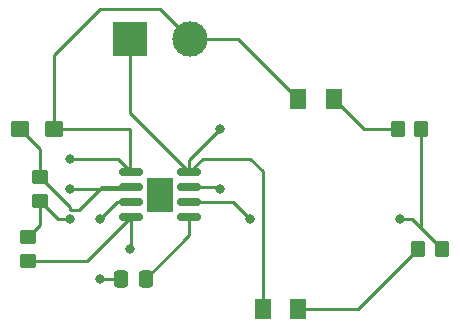
<source format=gbr>
%TF.GenerationSoftware,KiCad,Pcbnew,(6.0.10)*%
%TF.CreationDate,2023-02-17T10:23:32-08:00*%
%TF.ProjectId,ExerciseII,45786572-6369-4736-9549-492e6b696361,rev?*%
%TF.SameCoordinates,Original*%
%TF.FileFunction,Copper,L1,Top*%
%TF.FilePolarity,Positive*%
%FSLAX46Y46*%
G04 Gerber Fmt 4.6, Leading zero omitted, Abs format (unit mm)*
G04 Created by KiCad (PCBNEW (6.0.10)) date 2023-02-17 10:23:32*
%MOMM*%
%LPD*%
G01*
G04 APERTURE LIST*
G04 Aperture macros list*
%AMRoundRect*
0 Rectangle with rounded corners*
0 $1 Rounding radius*
0 $2 $3 $4 $5 $6 $7 $8 $9 X,Y pos of 4 corners*
0 Add a 4 corners polygon primitive as box body*
4,1,4,$2,$3,$4,$5,$6,$7,$8,$9,$2,$3,0*
0 Add four circle primitives for the rounded corners*
1,1,$1+$1,$2,$3*
1,1,$1+$1,$4,$5*
1,1,$1+$1,$6,$7*
1,1,$1+$1,$8,$9*
0 Add four rect primitives between the rounded corners*
20,1,$1+$1,$2,$3,$4,$5,0*
20,1,$1+$1,$4,$5,$6,$7,0*
20,1,$1+$1,$6,$7,$8,$9,0*
20,1,$1+$1,$8,$9,$2,$3,0*%
G04 Aperture macros list end*
%TA.AperFunction,SMDPad,CuDef*%
%ADD10RoundRect,0.250000X0.337500X0.475000X-0.337500X0.475000X-0.337500X-0.475000X0.337500X-0.475000X0*%
%TD*%
%TA.AperFunction,SMDPad,CuDef*%
%ADD11RoundRect,0.250000X0.450000X-0.350000X0.450000X0.350000X-0.450000X0.350000X-0.450000X-0.350000X0*%
%TD*%
%TA.AperFunction,SMDPad,CuDef*%
%ADD12RoundRect,0.250001X-0.462499X-0.624999X0.462499X-0.624999X0.462499X0.624999X-0.462499X0.624999X0*%
%TD*%
%TA.AperFunction,SMDPad,CuDef*%
%ADD13RoundRect,0.250001X0.462499X0.624999X-0.462499X0.624999X-0.462499X-0.624999X0.462499X-0.624999X0*%
%TD*%
%TA.AperFunction,SMDPad,CuDef*%
%ADD14RoundRect,0.250000X-0.350000X-0.450000X0.350000X-0.450000X0.350000X0.450000X-0.350000X0.450000X0*%
%TD*%
%TA.AperFunction,SMDPad,CuDef*%
%ADD15RoundRect,0.250000X0.350000X0.450000X-0.350000X0.450000X-0.350000X-0.450000X0.350000X-0.450000X0*%
%TD*%
%TA.AperFunction,SMDPad,CuDef*%
%ADD16RoundRect,0.150000X-0.825000X-0.150000X0.825000X-0.150000X0.825000X0.150000X-0.825000X0.150000X0*%
%TD*%
%TA.AperFunction,SMDPad,CuDef*%
%ADD17R,2.290000X3.000000*%
%TD*%
%TA.AperFunction,ComponentPad*%
%ADD18R,3.000000X3.000000*%
%TD*%
%TA.AperFunction,ComponentPad*%
%ADD19C,3.000000*%
%TD*%
%TA.AperFunction,SMDPad,CuDef*%
%ADD20RoundRect,0.250000X-0.537500X-0.425000X0.537500X-0.425000X0.537500X0.425000X-0.537500X0.425000X0*%
%TD*%
%TA.AperFunction,ViaPad*%
%ADD21C,0.800000*%
%TD*%
%TA.AperFunction,Conductor*%
%ADD22C,0.254000*%
%TD*%
G04 APERTURE END LIST*
D10*
%TO.P,C2,1*%
%TO.N,Net-(C2-Pad1)*%
X141007500Y-88900000D03*
%TO.P,C2,2*%
%TO.N,GND*%
X138932500Y-88900000D03*
%TD*%
D11*
%TO.P,R1,1*%
%TO.N,+9V*%
X131080000Y-87360000D03*
%TO.P,R1,2*%
%TO.N,/pin_7*%
X131080000Y-85360000D03*
%TD*%
D12*
%TO.P,D2,1,K*%
%TO.N,GND*%
X153955000Y-73660000D03*
%TO.P,D2,2,A*%
%TO.N,Net-(D2-Pad2)*%
X156930000Y-73660000D03*
%TD*%
D13*
%TO.P,D1,1,K*%
%TO.N,Net-(D1-Pad1)*%
X153887500Y-91440000D03*
%TO.P,D1,2,A*%
%TO.N,+9V*%
X150912500Y-91440000D03*
%TD*%
D14*
%TO.P,R3,1*%
%TO.N,Net-(D1-Pad1)*%
X164100000Y-86360000D03*
%TO.P,R3,2*%
%TO.N,/pin_3*%
X166100000Y-86360000D03*
%TD*%
D15*
%TO.P,R4,1*%
%TO.N,/pin_3*%
X164350000Y-76200000D03*
%TO.P,R4,2*%
%TO.N,Net-(D2-Pad2)*%
X162350000Y-76200000D03*
%TD*%
D16*
%TO.P,U1,1,GND*%
%TO.N,GND*%
X139765000Y-79862500D03*
%TO.P,U1,2,TR*%
%TO.N,/pin_2*%
X139765000Y-81132500D03*
%TO.P,U1,3,Q*%
%TO.N,/pin_3*%
X139765000Y-82402500D03*
%TO.P,U1,4,R*%
%TO.N,+9V*%
X139765000Y-83672500D03*
%TO.P,U1,5,CV*%
%TO.N,Net-(C2-Pad1)*%
X144715000Y-83672500D03*
%TO.P,U1,6,THR*%
%TO.N,/pin_2*%
X144715000Y-82402500D03*
%TO.P,U1,7,DIS*%
%TO.N,/pin_7*%
X144715000Y-81132500D03*
%TO.P,U1,8,VCC*%
%TO.N,+9V*%
X144715000Y-79862500D03*
D17*
%TO.P,U1,9*%
%TO.N,N/C*%
X142240000Y-81767500D03*
%TD*%
D18*
%TO.P,J1,1,Pin_1*%
%TO.N,+9V*%
X139700000Y-68580000D03*
D19*
%TO.P,J1,2,Pin_2*%
%TO.N,GND*%
X144780000Y-68580000D03*
%TD*%
D11*
%TO.P,R2,1*%
%TO.N,/pin_7*%
X132080000Y-82280000D03*
%TO.P,R2,2*%
%TO.N,/pin_2*%
X132080000Y-80280000D03*
%TD*%
D20*
%TO.P,C1,1*%
%TO.N,/pin_2*%
X130400000Y-76200000D03*
%TO.P,C1,2*%
%TO.N,GND*%
X133275000Y-76200000D03*
%TD*%
D21*
%TO.N,/pin_2*%
X149860000Y-83820000D03*
X134620000Y-81280000D03*
%TO.N,GND*%
X137160000Y-88900000D03*
X134620000Y-78740000D03*
%TO.N,+9V*%
X147320000Y-76200000D03*
X139700000Y-86360000D03*
%TO.N,/pin_7*%
X134620000Y-83820000D03*
X147320000Y-81280000D03*
%TO.N,/pin_3*%
X137160000Y-83820000D03*
X162560000Y-83820000D03*
%TD*%
D22*
%TO.N,/pin_2*%
X132080000Y-80280000D02*
X134620000Y-82820000D01*
X130400000Y-76200000D02*
X132080000Y-77880000D01*
X134620000Y-82820000D02*
X134620000Y-83093000D01*
X139765000Y-81132500D02*
X139617500Y-81280000D01*
X144715000Y-82402500D02*
X148442500Y-82402500D01*
X137307500Y-81132500D02*
X139765000Y-81132500D01*
X148442500Y-82402500D02*
X149860000Y-83820000D01*
X135347000Y-83093000D02*
X137307500Y-81132500D01*
X132080000Y-77880000D02*
X132080000Y-80280000D01*
X139617500Y-81280000D02*
X134620000Y-81280000D01*
X134620000Y-83093000D02*
X135347000Y-83093000D01*
%TO.N,GND*%
X139700000Y-76200000D02*
X139700000Y-79797500D01*
X138932500Y-88900000D02*
X137160000Y-88900000D01*
X148875000Y-68580000D02*
X144780000Y-68580000D01*
X133275000Y-69925000D02*
X133275000Y-76200000D01*
X142240000Y-66040000D02*
X137160000Y-66040000D01*
X153955000Y-73660000D02*
X148875000Y-68580000D01*
X139700000Y-79797500D02*
X139765000Y-79862500D01*
X139765000Y-79862500D02*
X138642500Y-78740000D01*
X138642500Y-78740000D02*
X134620000Y-78740000D01*
X144780000Y-68580000D02*
X142240000Y-66040000D01*
X137160000Y-66040000D02*
X133275000Y-69925000D01*
X133275000Y-76200000D02*
X139700000Y-76200000D01*
%TO.N,Net-(C2-Pad1)*%
X144715000Y-85192500D02*
X144715000Y-83672500D01*
X141007500Y-88900000D02*
X144715000Y-85192500D01*
%TO.N,Net-(D1-Pad1)*%
X159020000Y-91440000D02*
X164100000Y-86360000D01*
X153887500Y-91440000D02*
X159020000Y-91440000D01*
%TO.N,+9V*%
X136077500Y-87360000D02*
X139765000Y-83672500D01*
X144715000Y-79862500D02*
X145837500Y-78740000D01*
X144715000Y-78805000D02*
X147320000Y-76200000D01*
X139765000Y-83672500D02*
X139765000Y-86295000D01*
X139765000Y-86295000D02*
X139700000Y-86360000D01*
X149860000Y-78740000D02*
X150912500Y-79792500D01*
X145837500Y-78740000D02*
X149860000Y-78740000D01*
X139700000Y-68580000D02*
X139700000Y-74847500D01*
X150912500Y-79792500D02*
X150912500Y-91440000D01*
X144715000Y-79862500D02*
X144715000Y-78805000D01*
X139700000Y-74847500D02*
X144715000Y-79862500D01*
X131080000Y-87360000D02*
X136077500Y-87360000D01*
%TO.N,Net-(D2-Pad2)*%
X162350000Y-76200000D02*
X159470000Y-76200000D01*
X159470000Y-76200000D02*
X156930000Y-73660000D01*
%TO.N,/pin_7*%
X131080000Y-85360000D02*
X132080000Y-84360000D01*
X144715000Y-81132500D02*
X147172500Y-81132500D01*
X133620000Y-83820000D02*
X134620000Y-83820000D01*
X132080000Y-84360000D02*
X132080000Y-82280000D01*
X147172500Y-81132500D02*
X147320000Y-81280000D01*
X132080000Y-82280000D02*
X133620000Y-83820000D01*
%TO.N,/pin_3*%
X138577500Y-82402500D02*
X137160000Y-83820000D01*
X164350000Y-84610000D02*
X164350000Y-76200000D01*
X164350000Y-84610000D02*
X163560000Y-83820000D01*
X163560000Y-83820000D02*
X162560000Y-83820000D01*
X166100000Y-86360000D02*
X164350000Y-84610000D01*
X139765000Y-82402500D02*
X138577500Y-82402500D01*
%TD*%
M02*

</source>
